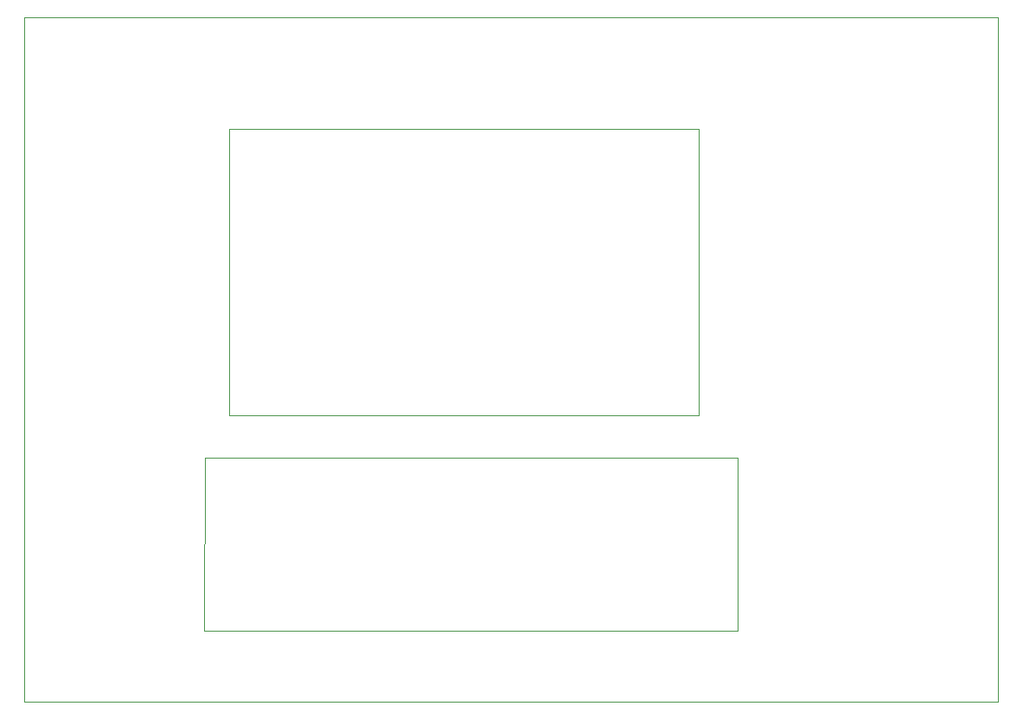
<source format=gbr>
G04 #@! TF.GenerationSoftware,KiCad,Pcbnew,(5.1.7)-1*
G04 #@! TF.CreationDate,2020-12-29T17:01:12+00:00*
G04 #@! TF.ProjectId,Panel,50616e65-6c2e-46b6-9963-61645f706362,rev?*
G04 #@! TF.SameCoordinates,Original*
G04 #@! TF.FileFunction,Profile,NP*
%FSLAX46Y46*%
G04 Gerber Fmt 4.6, Leading zero omitted, Abs format (unit mm)*
G04 Created by KiCad (PCBNEW (5.1.7)-1) date 2020-12-29 17:01:12*
%MOMM*%
%LPD*%
G01*
G04 APERTURE LIST*
G04 #@! TA.AperFunction,Profile*
%ADD10C,0.050000*%
G04 #@! TD*
G04 APERTURE END LIST*
D10*
X135400000Y-124390000D02*
X135410000Y-107420000D01*
X187560000Y-124390000D02*
X135400000Y-124390000D01*
X187560000Y-107420000D02*
X187560000Y-124390000D01*
X135410000Y-107420000D02*
X187560000Y-107420000D01*
X137790000Y-103290000D02*
X183790000Y-103290000D01*
X183790000Y-75290000D02*
X183790000Y-103290000D01*
X137790000Y-75290000D02*
X137790000Y-103290000D01*
X117790000Y-64290000D02*
X213120000Y-64290000D01*
X117790000Y-131290000D02*
X213120000Y-131290000D01*
X137790000Y-75290000D02*
X183790000Y-75290000D01*
X213120000Y-131290000D02*
X213120000Y-64290000D01*
X117790000Y-131290000D02*
X117790000Y-64290000D01*
M02*

</source>
